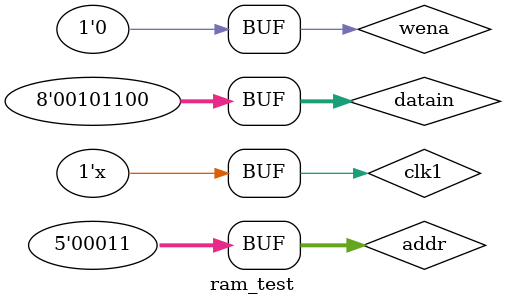
<source format=v>
`timescale 1ns / 1ps
module ram_test(
);
reg clk1 = 0;
reg wena;
reg [4:0]addr;
reg [7:0]datain;
wire [7:0]dataout;

RAM1 ram(clk1,wena,addr,datain,dataout);
always #5 clk1 = ~clk1;
initial begin
    wena = 1;
    addr = 5'b00001;
    datain = 8'b00100100;
    #30
    wena = 0;
    addr = 5'b00001;
    #30
    wena = 1;
    addr = 5'b00011;
    datain = 8'b00101100;
    #30
    wena = 0;
    addr = 5'b00011;
end

endmodule
</source>
